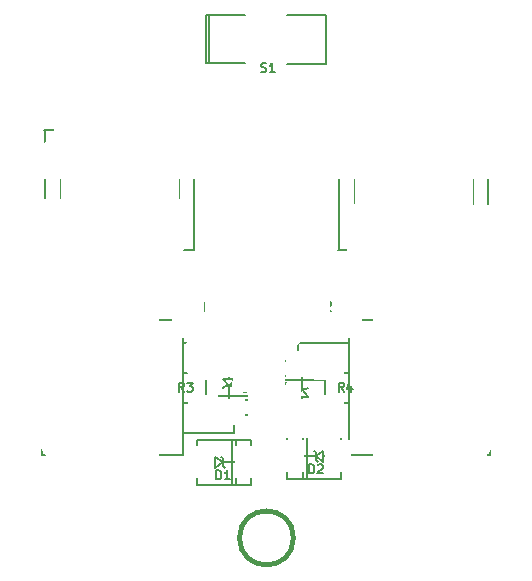
<source format=gto>
G04 (created by PCBNEW (2013-june-11)-stable) date Tue 21 Jul 2015 11:16:44 AM EDT*
%MOIN*%
G04 Gerber Fmt 3.4, Leading zero omitted, Abs format*
%FSLAX34Y34*%
G01*
G70*
G90*
G04 APERTURE LIST*
%ADD10C,0.00590551*%
%ADD11C,0.005*%
%ADD12C,0.0026*%
%ADD13C,0.008*%
%ADD14C,0.015*%
%ADD15C,0.006*%
%ADD16R,0.37X0.44*%
%ADD17R,0.14X0.09*%
%ADD18C,0.32*%
%ADD19R,0.1X0.15*%
%ADD20R,0.19X0.19*%
%ADD21C,0.055*%
%ADD22C,0.27*%
%ADD23R,0.465X0.114*%
%ADD24R,0.1066X0.0909*%
%ADD25R,0.1X0.08*%
%ADD26R,0.0909X0.1066*%
%ADD27R,0.42X0.114*%
%ADD28C,0.14*%
%ADD29C,0.01*%
G04 APERTURE END LIST*
G54D10*
G54D11*
X18425Y-19950D02*
X23125Y-19950D01*
X23125Y-19950D02*
X23125Y-24450D01*
X23125Y-24450D02*
X18425Y-24450D01*
X18425Y-24450D02*
X18425Y-19950D01*
X23125Y-22700D02*
X24825Y-22700D01*
X24825Y-22700D02*
X24825Y-23700D01*
X24825Y-23700D02*
X23125Y-23700D01*
X23125Y-20700D02*
X24825Y-20700D01*
X24825Y-20700D02*
X24825Y-21700D01*
X24825Y-21700D02*
X23125Y-21700D01*
X23880Y-9760D02*
X23880Y-11360D01*
X23980Y-9760D02*
X23980Y-11360D01*
X25180Y-11360D02*
X23880Y-11360D01*
X25180Y-9760D02*
X23880Y-9760D01*
X26580Y-9760D02*
X27880Y-9760D01*
X27880Y-9760D02*
X27880Y-11360D01*
X27880Y-11410D02*
X26580Y-11410D01*
G54D12*
X19032Y-13908D02*
X20331Y-13908D01*
X21669Y-17292D02*
X22968Y-17292D01*
X19032Y-13908D02*
X19032Y-17292D01*
X19032Y-17292D02*
X22968Y-17292D01*
X22968Y-13908D02*
X22968Y-17292D01*
X19032Y-13908D02*
X22968Y-13908D01*
G54D13*
X23500Y-13600D02*
X18500Y-13600D01*
X18500Y-17600D02*
X23500Y-17600D01*
X23468Y-17600D02*
X23468Y-13600D01*
X18532Y-17600D02*
X18532Y-13600D01*
G54D11*
X24650Y-21900D02*
X24650Y-21820D01*
X25400Y-21300D02*
X25400Y-23100D01*
X25400Y-23100D02*
X25150Y-23100D01*
X23900Y-22460D02*
X25400Y-22460D01*
X23900Y-22590D02*
X25400Y-22590D01*
X24150Y-21300D02*
X23900Y-21300D01*
X23900Y-21300D02*
X23900Y-23100D01*
X23900Y-23100D02*
X24150Y-23100D01*
X25150Y-21300D02*
X25400Y-21300D01*
X24650Y-22150D02*
X24837Y-21900D01*
X24837Y-21900D02*
X24650Y-21900D01*
X24650Y-21900D02*
X24463Y-21900D01*
X24463Y-21900D02*
X24650Y-22150D01*
X24650Y-22150D02*
X24775Y-22150D01*
X24775Y-22150D02*
X24837Y-22088D01*
X24650Y-22150D02*
X24525Y-22150D01*
X24525Y-22150D02*
X24463Y-22212D01*
X24650Y-22150D02*
X24650Y-22587D01*
X27100Y-22500D02*
X27100Y-22580D01*
X26350Y-23100D02*
X26350Y-21300D01*
X26350Y-21300D02*
X26600Y-21300D01*
X27850Y-21940D02*
X26350Y-21940D01*
X27850Y-21810D02*
X26350Y-21810D01*
X27600Y-23100D02*
X27850Y-23100D01*
X27850Y-23100D02*
X27850Y-21300D01*
X27850Y-21300D02*
X27600Y-21300D01*
X26600Y-23100D02*
X26350Y-23100D01*
X27100Y-22250D02*
X26913Y-22500D01*
X26913Y-22500D02*
X27100Y-22500D01*
X27100Y-22500D02*
X27287Y-22500D01*
X27287Y-22500D02*
X27100Y-22250D01*
X27100Y-22250D02*
X26975Y-22250D01*
X26975Y-22250D02*
X26913Y-22312D01*
X27100Y-22250D02*
X27225Y-22250D01*
X27225Y-22250D02*
X27287Y-22188D01*
X27100Y-22250D02*
X27100Y-21813D01*
X29050Y-18500D02*
X28150Y-18500D01*
X28150Y-18500D02*
X28150Y-19150D01*
X29050Y-19850D02*
X29050Y-20500D01*
X29050Y-20500D02*
X28150Y-20500D01*
X28150Y-20500D02*
X28150Y-19850D01*
X29050Y-19150D02*
X29050Y-18500D01*
X27800Y-24475D02*
X27880Y-24475D01*
X28400Y-25225D02*
X26600Y-25225D01*
X26600Y-25225D02*
X26600Y-24975D01*
X27240Y-23725D02*
X27240Y-25225D01*
X27110Y-23725D02*
X27110Y-25225D01*
X28400Y-23975D02*
X28400Y-23725D01*
X28400Y-23725D02*
X26600Y-23725D01*
X26600Y-23725D02*
X26600Y-23975D01*
X28400Y-24975D02*
X28400Y-25225D01*
X27550Y-24475D02*
X27800Y-24662D01*
X27800Y-24662D02*
X27800Y-24475D01*
X27800Y-24475D02*
X27800Y-24288D01*
X27800Y-24288D02*
X27550Y-24475D01*
X27550Y-24475D02*
X27550Y-24600D01*
X27550Y-24600D02*
X27612Y-24662D01*
X27550Y-24475D02*
X27550Y-24350D01*
X27550Y-24350D02*
X27488Y-24288D01*
X27550Y-24475D02*
X27113Y-24475D01*
X24200Y-24675D02*
X24120Y-24675D01*
X23600Y-23925D02*
X25400Y-23925D01*
X25400Y-23925D02*
X25400Y-24175D01*
X24760Y-25425D02*
X24760Y-23925D01*
X24890Y-25425D02*
X24890Y-23925D01*
X23600Y-25175D02*
X23600Y-25425D01*
X23600Y-25425D02*
X25400Y-25425D01*
X25400Y-25425D02*
X25400Y-25175D01*
X23600Y-24175D02*
X23600Y-23925D01*
X24450Y-24675D02*
X24200Y-24488D01*
X24200Y-24488D02*
X24200Y-24675D01*
X24200Y-24675D02*
X24200Y-24862D01*
X24200Y-24862D02*
X24450Y-24675D01*
X24450Y-24675D02*
X24450Y-24550D01*
X24450Y-24550D02*
X24388Y-24488D01*
X24450Y-24675D02*
X24450Y-24800D01*
X24450Y-24800D02*
X24512Y-24862D01*
X24450Y-24675D02*
X24887Y-24675D01*
X23350Y-23200D02*
X24250Y-23200D01*
X24250Y-23200D02*
X24250Y-22550D01*
X23350Y-21850D02*
X23350Y-21200D01*
X23350Y-21200D02*
X24250Y-21200D01*
X24250Y-21200D02*
X24250Y-21850D01*
X23350Y-22550D02*
X23350Y-23200D01*
X28450Y-21200D02*
X27550Y-21200D01*
X27550Y-21200D02*
X27550Y-21850D01*
X28450Y-22550D02*
X28450Y-23200D01*
X28450Y-23200D02*
X27550Y-23200D01*
X27550Y-23200D02*
X27550Y-22550D01*
X28450Y-21850D02*
X28450Y-21200D01*
X23700Y-18500D02*
X22800Y-18500D01*
X22800Y-18500D02*
X22800Y-19150D01*
X23700Y-19850D02*
X23700Y-20500D01*
X23700Y-20500D02*
X22800Y-20500D01*
X22800Y-20500D02*
X22800Y-19850D01*
X23700Y-19150D02*
X23700Y-18500D01*
G54D12*
X28832Y-13908D02*
X30131Y-13908D01*
X31469Y-17292D02*
X32768Y-17292D01*
X28832Y-13908D02*
X28832Y-17292D01*
X28832Y-17292D02*
X32768Y-17292D01*
X32768Y-13908D02*
X32768Y-17292D01*
X28832Y-13908D02*
X32768Y-13908D01*
G54D13*
X33300Y-13600D02*
X28300Y-13600D01*
X28300Y-17600D02*
X33300Y-17600D01*
X33268Y-17600D02*
X33268Y-13600D01*
X28332Y-17600D02*
X28332Y-13600D01*
G54D14*
X26800Y-27200D02*
G75*
G03X26800Y-27200I-900J0D01*
G74*
G01*
G54D11*
X33350Y-24450D02*
X28650Y-24450D01*
X28650Y-24450D02*
X28650Y-19950D01*
X28650Y-19950D02*
X33350Y-19950D01*
X33350Y-19950D02*
X33350Y-24450D01*
X28650Y-21700D02*
X26950Y-21700D01*
X26950Y-21700D02*
X26950Y-20700D01*
X26950Y-20700D02*
X28650Y-20700D01*
X28650Y-23700D02*
X26950Y-23700D01*
X26950Y-23700D02*
X26950Y-22700D01*
X26950Y-22700D02*
X28650Y-22700D01*
G54D15*
X17827Y-22500D02*
X17779Y-22476D01*
X17732Y-22428D01*
X17660Y-22357D01*
X17613Y-22333D01*
X17565Y-22333D01*
X17589Y-22452D02*
X17541Y-22428D01*
X17494Y-22380D01*
X17470Y-22285D01*
X17470Y-22119D01*
X17494Y-22023D01*
X17541Y-21976D01*
X17589Y-21952D01*
X17684Y-21952D01*
X17732Y-21976D01*
X17779Y-22023D01*
X17803Y-22119D01*
X17803Y-22285D01*
X17779Y-22380D01*
X17732Y-22428D01*
X17684Y-22452D01*
X17589Y-22452D01*
X18279Y-22452D02*
X17994Y-22452D01*
X18136Y-22452D02*
X18136Y-21952D01*
X18089Y-22023D01*
X18041Y-22071D01*
X17994Y-22095D01*
G54D11*
X25721Y-11657D02*
X25764Y-11671D01*
X25835Y-11671D01*
X25864Y-11657D01*
X25878Y-11642D01*
X25892Y-11614D01*
X25892Y-11585D01*
X25878Y-11557D01*
X25864Y-11542D01*
X25835Y-11528D01*
X25778Y-11514D01*
X25750Y-11500D01*
X25735Y-11485D01*
X25721Y-11457D01*
X25721Y-11428D01*
X25735Y-11400D01*
X25750Y-11385D01*
X25778Y-11371D01*
X25850Y-11371D01*
X25892Y-11385D01*
X26178Y-11671D02*
X26007Y-11671D01*
X26092Y-11671D02*
X26092Y-11371D01*
X26064Y-11414D01*
X26035Y-11442D01*
X26007Y-11457D01*
X25671Y-19885D02*
X25642Y-19871D01*
X25600Y-19871D01*
X25557Y-19885D01*
X25528Y-19914D01*
X25514Y-19942D01*
X25500Y-20000D01*
X25500Y-20042D01*
X25514Y-20100D01*
X25528Y-20128D01*
X25557Y-20157D01*
X25600Y-20171D01*
X25628Y-20171D01*
X25671Y-20157D01*
X25685Y-20142D01*
X25685Y-20042D01*
X25628Y-20042D01*
X25814Y-20171D02*
X25814Y-19871D01*
X25985Y-20171D01*
X25985Y-19871D01*
X26128Y-20171D02*
X26128Y-19871D01*
X26200Y-19871D01*
X26242Y-19885D01*
X26271Y-19914D01*
X26285Y-19942D01*
X26300Y-20000D01*
X26300Y-20042D01*
X26285Y-20100D01*
X26271Y-20128D01*
X26242Y-20157D01*
X26200Y-20171D01*
X26128Y-20171D01*
X25153Y-22321D02*
X25153Y-22021D01*
X25225Y-22021D01*
X25267Y-22035D01*
X25296Y-22064D01*
X25310Y-22092D01*
X25325Y-22150D01*
X25325Y-22192D01*
X25310Y-22250D01*
X25296Y-22278D01*
X25267Y-22307D01*
X25225Y-22321D01*
X25153Y-22321D01*
X25425Y-22021D02*
X25610Y-22021D01*
X25510Y-22135D01*
X25553Y-22135D01*
X25582Y-22150D01*
X25596Y-22164D01*
X25610Y-22192D01*
X25610Y-22264D01*
X25596Y-22292D01*
X25582Y-22307D01*
X25553Y-22321D01*
X25467Y-22321D01*
X25439Y-22307D01*
X25425Y-22292D01*
X26178Y-22321D02*
X26178Y-22021D01*
X26250Y-22021D01*
X26292Y-22035D01*
X26321Y-22064D01*
X26335Y-22092D01*
X26350Y-22150D01*
X26350Y-22192D01*
X26335Y-22250D01*
X26321Y-22278D01*
X26292Y-22307D01*
X26250Y-22321D01*
X26178Y-22321D01*
X26607Y-22121D02*
X26607Y-22321D01*
X26535Y-22007D02*
X26464Y-22221D01*
X26650Y-22221D01*
X27775Y-19621D02*
X27675Y-19478D01*
X27603Y-19621D02*
X27603Y-19321D01*
X27717Y-19321D01*
X27746Y-19335D01*
X27760Y-19350D01*
X27775Y-19378D01*
X27775Y-19421D01*
X27760Y-19450D01*
X27746Y-19464D01*
X27717Y-19478D01*
X27603Y-19478D01*
X27889Y-19350D02*
X27903Y-19335D01*
X27932Y-19321D01*
X28003Y-19321D01*
X28032Y-19335D01*
X28046Y-19350D01*
X28060Y-19378D01*
X28060Y-19407D01*
X28046Y-19450D01*
X27875Y-19621D01*
X28060Y-19621D01*
X27328Y-25046D02*
X27328Y-24746D01*
X27400Y-24746D01*
X27442Y-24760D01*
X27471Y-24789D01*
X27485Y-24817D01*
X27500Y-24875D01*
X27500Y-24917D01*
X27485Y-24975D01*
X27471Y-25003D01*
X27442Y-25032D01*
X27400Y-25046D01*
X27328Y-25046D01*
X27614Y-24775D02*
X27628Y-24760D01*
X27657Y-24746D01*
X27728Y-24746D01*
X27757Y-24760D01*
X27771Y-24775D01*
X27785Y-24803D01*
X27785Y-24832D01*
X27771Y-24875D01*
X27600Y-25046D01*
X27785Y-25046D01*
X24228Y-25246D02*
X24228Y-24946D01*
X24300Y-24946D01*
X24342Y-24960D01*
X24371Y-24989D01*
X24385Y-25017D01*
X24400Y-25075D01*
X24400Y-25117D01*
X24385Y-25175D01*
X24371Y-25203D01*
X24342Y-25232D01*
X24300Y-25246D01*
X24228Y-25246D01*
X24685Y-25246D02*
X24514Y-25246D01*
X24600Y-25246D02*
X24600Y-24946D01*
X24571Y-24989D01*
X24542Y-25017D01*
X24514Y-25032D01*
X23150Y-22321D02*
X23050Y-22178D01*
X22978Y-22321D02*
X22978Y-22021D01*
X23092Y-22021D01*
X23121Y-22035D01*
X23135Y-22050D01*
X23150Y-22078D01*
X23150Y-22121D01*
X23135Y-22150D01*
X23121Y-22164D01*
X23092Y-22178D01*
X22978Y-22178D01*
X23250Y-22021D02*
X23435Y-22021D01*
X23335Y-22135D01*
X23378Y-22135D01*
X23407Y-22150D01*
X23421Y-22164D01*
X23435Y-22192D01*
X23435Y-22264D01*
X23421Y-22292D01*
X23407Y-22307D01*
X23378Y-22321D01*
X23292Y-22321D01*
X23264Y-22307D01*
X23250Y-22292D01*
X28475Y-22321D02*
X28375Y-22178D01*
X28303Y-22321D02*
X28303Y-22021D01*
X28417Y-22021D01*
X28446Y-22035D01*
X28460Y-22050D01*
X28475Y-22078D01*
X28475Y-22121D01*
X28460Y-22150D01*
X28446Y-22164D01*
X28417Y-22178D01*
X28303Y-22178D01*
X28732Y-22121D02*
X28732Y-22321D01*
X28660Y-22007D02*
X28589Y-22221D01*
X28775Y-22221D01*
X24025Y-19621D02*
X23925Y-19478D01*
X23853Y-19621D02*
X23853Y-19321D01*
X23967Y-19321D01*
X23996Y-19335D01*
X24010Y-19350D01*
X24025Y-19378D01*
X24025Y-19421D01*
X24010Y-19450D01*
X23996Y-19464D01*
X23967Y-19478D01*
X23853Y-19478D01*
X24310Y-19621D02*
X24139Y-19621D01*
X24225Y-19621D02*
X24225Y-19321D01*
X24196Y-19364D01*
X24167Y-19392D01*
X24139Y-19407D01*
X25735Y-15514D02*
X25778Y-15528D01*
X25792Y-15542D01*
X25807Y-15571D01*
X25807Y-15614D01*
X25792Y-15642D01*
X25778Y-15657D01*
X25750Y-15671D01*
X25635Y-15671D01*
X25635Y-15371D01*
X25735Y-15371D01*
X25764Y-15385D01*
X25778Y-15400D01*
X25792Y-15428D01*
X25792Y-15457D01*
X25778Y-15485D01*
X25764Y-15500D01*
X25735Y-15514D01*
X25635Y-15514D01*
X25935Y-15557D02*
X26164Y-15557D01*
X26050Y-15671D02*
X26050Y-15442D01*
G54D15*
X33852Y-22400D02*
X33804Y-22376D01*
X33757Y-22328D01*
X33685Y-22257D01*
X33638Y-22233D01*
X33590Y-22233D01*
X33614Y-22352D02*
X33566Y-22328D01*
X33519Y-22280D01*
X33495Y-22185D01*
X33495Y-22019D01*
X33519Y-21923D01*
X33566Y-21876D01*
X33614Y-21852D01*
X33709Y-21852D01*
X33757Y-21876D01*
X33804Y-21923D01*
X33828Y-22019D01*
X33828Y-22185D01*
X33804Y-22280D01*
X33757Y-22328D01*
X33709Y-22352D01*
X33614Y-22352D01*
X34019Y-21900D02*
X34042Y-21876D01*
X34090Y-21852D01*
X34209Y-21852D01*
X34257Y-21876D01*
X34280Y-21900D01*
X34304Y-21947D01*
X34304Y-21995D01*
X34280Y-22066D01*
X33995Y-22352D01*
X34304Y-22352D01*
%LPC*%
G54D16*
X20325Y-22200D03*
G54D17*
X24075Y-23200D03*
X24075Y-21200D03*
G54D18*
X20425Y-22200D03*
G54D19*
X27340Y-10580D03*
X24520Y-10560D03*
G54D20*
X26100Y-18900D03*
G54D21*
X25450Y-19550D03*
X25450Y-18250D03*
X26750Y-18250D03*
X26750Y-19550D03*
G54D22*
X33400Y-18900D03*
X18400Y-18900D03*
G54D23*
X21000Y-14290D03*
X21000Y-16910D03*
G54D24*
X24650Y-21410D03*
X24650Y-22990D03*
X27100Y-22990D03*
X27100Y-21410D03*
G54D25*
X28600Y-18850D03*
X28600Y-20150D03*
G54D26*
X28290Y-24475D03*
X26710Y-24475D03*
X23710Y-24675D03*
X25290Y-24675D03*
G54D25*
X23800Y-22850D03*
X23800Y-21550D03*
X28000Y-21550D03*
X28000Y-22850D03*
X23250Y-18850D03*
X23250Y-20150D03*
G54D23*
X30800Y-14290D03*
X30800Y-16910D03*
G54D27*
X25900Y-16600D03*
G54D21*
X24900Y-16600D03*
X24050Y-16600D03*
X26900Y-16600D03*
X27750Y-16600D03*
G54D28*
X25900Y-27200D03*
G54D16*
X31450Y-22200D03*
G54D17*
X27700Y-21200D03*
X27700Y-23200D03*
G54D18*
X31350Y-22200D03*
G54D10*
G36*
X34242Y-15175D02*
X27890Y-15175D01*
X27890Y-17175D01*
X23900Y-17175D01*
X23900Y-15175D01*
X18373Y-15175D01*
X18355Y-14401D01*
X18523Y-14060D01*
X18740Y-13734D01*
X19023Y-13386D01*
X19184Y-13185D01*
X33080Y-13185D01*
X33222Y-13446D01*
X33419Y-13734D01*
X33662Y-14042D01*
X33856Y-14414D01*
X34035Y-14718D01*
X34164Y-15000D01*
X34242Y-15175D01*
X34242Y-15175D01*
G37*
G54D29*
X34242Y-15175D02*
X27890Y-15175D01*
X27890Y-17175D01*
X23900Y-17175D01*
X23900Y-15175D01*
X18373Y-15175D01*
X18355Y-14401D01*
X18523Y-14060D01*
X18740Y-13734D01*
X19023Y-13386D01*
X19184Y-13185D01*
X33080Y-13185D01*
X33222Y-13446D01*
X33419Y-13734D01*
X33662Y-14042D01*
X33856Y-14414D01*
X34035Y-14718D01*
X34164Y-15000D01*
X34242Y-15175D01*
G54D10*
G36*
X34999Y-17974D02*
X34990Y-19914D01*
X34602Y-21774D01*
X33906Y-23365D01*
X32871Y-24827D01*
X32209Y-25500D01*
X29490Y-25500D01*
X29495Y-18257D01*
X28609Y-17687D01*
X28605Y-16110D01*
X34629Y-16129D01*
X34999Y-17974D01*
X34999Y-17974D01*
G37*
G54D29*
X34999Y-17974D02*
X34990Y-19914D01*
X34602Y-21774D01*
X33906Y-23365D01*
X32871Y-24827D01*
X32209Y-25500D01*
X29490Y-25500D01*
X29495Y-18257D01*
X28609Y-17687D01*
X28605Y-16110D01*
X34629Y-16129D01*
X34999Y-17974D01*
G54D10*
G36*
X23195Y-17470D02*
X22245Y-18205D01*
X22240Y-25509D01*
X19581Y-25505D01*
X18693Y-24568D01*
X18117Y-23767D01*
X17725Y-23078D01*
X17038Y-21396D01*
X16750Y-19706D01*
X16779Y-17885D01*
X17210Y-15940D01*
X23195Y-15944D01*
X23195Y-17470D01*
X23195Y-17470D01*
G37*
G54D29*
X23195Y-17470D02*
X22245Y-18205D01*
X22240Y-25509D01*
X19581Y-25505D01*
X18693Y-24568D01*
X18117Y-23767D01*
X17725Y-23078D01*
X17038Y-21396D01*
X16750Y-19706D01*
X16779Y-17885D01*
X17210Y-15940D01*
X23195Y-15944D01*
X23195Y-17470D01*
G54D10*
G36*
X28550Y-23790D02*
X26540Y-23790D01*
X26320Y-23570D01*
X25310Y-23570D01*
X25310Y-22285D01*
X24800Y-22285D01*
X24810Y-21620D01*
X23250Y-21620D01*
X23250Y-20690D01*
X23880Y-20690D01*
X23880Y-18100D01*
X27940Y-18100D01*
X27940Y-20590D01*
X26989Y-20590D01*
X26850Y-20729D01*
X26850Y-20840D01*
X26440Y-20840D01*
X26440Y-21920D01*
X26440Y-22120D01*
X26990Y-22120D01*
X26990Y-22770D01*
X28550Y-22770D01*
X28550Y-23790D01*
X28550Y-23790D01*
G37*
G54D29*
X28550Y-23790D02*
X26540Y-23790D01*
X26320Y-23570D01*
X25310Y-23570D01*
X25310Y-22285D01*
X24800Y-22285D01*
X24810Y-21620D01*
X23250Y-21620D01*
X23250Y-20690D01*
X23880Y-20690D01*
X23880Y-18100D01*
X27940Y-18100D01*
X27940Y-20590D01*
X26989Y-20590D01*
X26850Y-20729D01*
X26850Y-20840D01*
X26440Y-20840D01*
X26440Y-21920D01*
X26440Y-22120D01*
X26990Y-22120D01*
X26990Y-22770D01*
X28550Y-22770D01*
X28550Y-23790D01*
M02*

</source>
